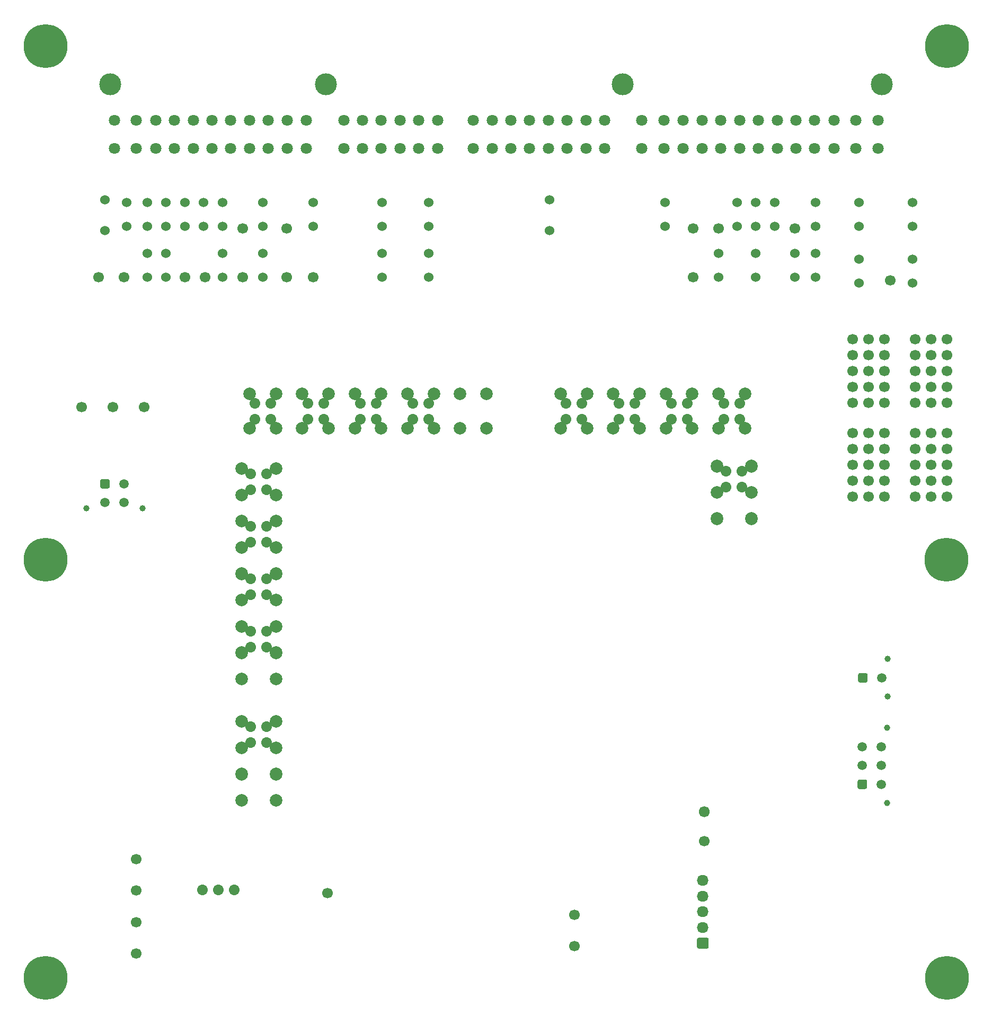
<source format=gbs>
G75*
G70*
%OFA0B0*%
%FSLAX25Y25*%
%IPPOS*%
%LPD*%
%AMOC8*
5,1,8,0,0,1.08239X$1,22.5*
%
%ADD10C,0.06000*%
%ADD11C,0.06693*%
%ADD12C,0.05906*%
%ADD13C,0.27559*%
%ADD14C,0.07087*%
%ADD15C,0.07874*%
%ADD16O,0.07283X0.06693*%
%ADD21C,0.03937*%
%ADD24C,0.13780*%
%ADD36O,0.06693X0.06693*%
X0000000Y0000000D02*
%LPD*%
G01*
D10*
X0119094Y0492500D03*
X0119094Y0507500D03*
X0095472Y0492500D03*
X0095472Y0507500D03*
D11*
X0187992Y0460630D03*
D10*
X0466535Y0492500D03*
X0466535Y0507500D03*
D11*
X0076772Y0074803D03*
X0427165Y0460630D03*
D10*
X0454724Y0492500D03*
X0454724Y0507500D03*
X0187992Y0492500D03*
X0187992Y0507500D03*
X0491142Y0460630D03*
X0491142Y0475630D03*
X0156496Y0460630D03*
X0156496Y0475630D03*
D11*
X0053150Y0460630D03*
D10*
X0531496Y0457067D03*
X0531496Y0472067D03*
D11*
X0551181Y0458661D03*
X0076772Y0035433D03*
D10*
X0083661Y0460630D03*
X0083661Y0475630D03*
X0130906Y0492500D03*
X0130906Y0507500D03*
D11*
X0120079Y0460630D03*
D10*
X0156496Y0492500D03*
X0156496Y0507500D03*
D21*
X0045276Y0315197D03*
X0080709Y0315197D03*
G36*
G01*
X0054134Y0328740D02*
X0054134Y0332677D01*
G75*
G02*
X0055118Y0333661I0000984J0000000D01*
G01*
X0059055Y0333661D01*
G75*
G02*
X0060039Y0332677I0000000J-000984D01*
G01*
X0060039Y0328740D01*
G75*
G02*
X0059055Y0327756I-000984J0000000D01*
G01*
X0055118Y0327756D01*
G75*
G02*
X0054134Y0328740I0000000J0000984D01*
G01*
G37*
D12*
X0068898Y0330709D03*
X0057087Y0318898D03*
X0068898Y0318898D03*
D10*
X0478346Y0492500D03*
X0478346Y0507500D03*
X0466535Y0460630D03*
X0466535Y0475630D03*
D11*
X0081693Y0378937D03*
X0171260Y0460630D03*
D10*
X0564961Y0457067D03*
X0564961Y0472067D03*
D11*
X0566772Y0381575D03*
X0566772Y0391575D03*
X0566772Y0401575D03*
X0566772Y0411575D03*
X0566772Y0421575D03*
X0576772Y0381575D03*
X0576772Y0391575D03*
X0576772Y0401575D03*
X0576772Y0411575D03*
X0576772Y0421575D03*
X0586772Y0381575D03*
X0586772Y0391575D03*
X0586772Y0401575D03*
X0586772Y0411575D03*
X0586772Y0421575D03*
D10*
X0442913Y0460630D03*
X0442913Y0475630D03*
D21*
X0548976Y0129921D03*
X0548976Y0177165D03*
G36*
G01*
X0535433Y0138780D02*
X0531496Y0138780D01*
G75*
G02*
X0530512Y0139764I0000000J0000984D01*
G01*
X0530512Y0143701D01*
G75*
G02*
X0531496Y0144685I0000984J0000000D01*
G01*
X0535433Y0144685D01*
G75*
G02*
X0536417Y0143701I0000000J-000984D01*
G01*
X0536417Y0139764D01*
G75*
G02*
X0535433Y0138780I-000984J0000000D01*
G01*
G37*
D12*
X0533465Y0153543D03*
X0533465Y0165354D03*
X0545276Y0141732D03*
X0545276Y0153543D03*
X0545276Y0165354D03*
D13*
X0586614Y0605906D03*
X0019685Y0283071D03*
D10*
X0107283Y0492500D03*
X0107283Y0507500D03*
X0503937Y0460630D03*
X0503937Y0475630D03*
X0083661Y0492500D03*
X0083661Y0507500D03*
X0231299Y0460630D03*
X0231299Y0475630D03*
D11*
X0068898Y0460630D03*
X0062008Y0378937D03*
D10*
X0057087Y0509272D03*
X0057087Y0489980D03*
D11*
X0427165Y0491142D03*
D10*
X0095472Y0460630D03*
X0095472Y0475630D03*
D11*
X0527402Y0381575D03*
X0527402Y0391575D03*
X0527402Y0401575D03*
X0527402Y0411575D03*
X0527402Y0421575D03*
X0537402Y0381575D03*
X0537402Y0391575D03*
X0537402Y0401575D03*
X0537402Y0411575D03*
X0537402Y0421575D03*
X0547402Y0381575D03*
X0547402Y0391575D03*
X0547402Y0401575D03*
X0547402Y0411575D03*
X0547402Y0421575D03*
D10*
X0231299Y0492500D03*
X0231299Y0507500D03*
D11*
X0527402Y0322520D03*
X0527402Y0332520D03*
X0527402Y0342520D03*
X0527402Y0352520D03*
X0527402Y0362520D03*
X0537402Y0322520D03*
X0537402Y0332520D03*
X0537402Y0342520D03*
X0537402Y0352520D03*
X0537402Y0362520D03*
X0547402Y0322520D03*
X0547402Y0332520D03*
X0547402Y0342520D03*
X0547402Y0352520D03*
X0547402Y0362520D03*
D24*
X0060398Y0581810D03*
X0196027Y0581810D03*
X0382642Y0581810D03*
X0545831Y0581810D03*
D14*
X0062957Y0541650D03*
X0076727Y0541650D03*
X0088937Y0541650D03*
X0100747Y0541650D03*
X0112557Y0541650D03*
X0124367Y0541650D03*
X0136177Y0541650D03*
X0147987Y0541650D03*
X0159797Y0541650D03*
X0171607Y0541650D03*
X0183817Y0541650D03*
X0062957Y0559370D03*
X0076727Y0559370D03*
X0088937Y0559370D03*
X0100747Y0559370D03*
X0112557Y0559370D03*
X0124367Y0559370D03*
X0136177Y0559370D03*
X0147987Y0559370D03*
X0159797Y0559370D03*
X0171607Y0559370D03*
X0183817Y0559370D03*
X0288744Y0541650D03*
X0300554Y0541650D03*
X0312364Y0541650D03*
X0324174Y0541650D03*
X0335994Y0541650D03*
X0347804Y0541650D03*
X0359614Y0541650D03*
X0371424Y0541650D03*
X0288744Y0559370D03*
X0300554Y0559370D03*
X0312364Y0559370D03*
X0324174Y0559370D03*
X0335994Y0559370D03*
X0347804Y0559370D03*
X0359614Y0559370D03*
X0371424Y0559370D03*
X0394834Y0541650D03*
X0408614Y0541650D03*
X0420834Y0541650D03*
X0432644Y0541650D03*
X0444454Y0541650D03*
X0456264Y0541650D03*
X0468074Y0541650D03*
X0479884Y0541650D03*
X0491694Y0541650D03*
X0503504Y0541650D03*
X0515714Y0541650D03*
X0529494Y0541650D03*
X0543274Y0541650D03*
X0394834Y0559370D03*
X0408614Y0559370D03*
X0420834Y0559370D03*
X0432644Y0559370D03*
X0444454Y0559370D03*
X0456264Y0559370D03*
X0468074Y0559370D03*
X0479884Y0559370D03*
X0491694Y0559370D03*
X0503504Y0559370D03*
X0515714Y0559370D03*
X0529494Y0559370D03*
X0543274Y0559370D03*
X0207248Y0541650D03*
X0219058Y0541650D03*
X0230868Y0541650D03*
X0242678Y0541650D03*
X0254498Y0541650D03*
X0266308Y0541650D03*
X0207248Y0559370D03*
X0219058Y0559370D03*
X0230868Y0559370D03*
X0242678Y0559370D03*
X0254498Y0559370D03*
X0266308Y0559370D03*
D13*
X0586420Y0283071D03*
X0586614Y0020079D03*
D11*
X0566772Y0322520D03*
X0566772Y0332520D03*
X0566772Y0342520D03*
X0566772Y0352520D03*
X0566772Y0362520D03*
X0576772Y0322520D03*
X0576772Y0332520D03*
X0576772Y0342520D03*
X0576772Y0352520D03*
X0576772Y0362520D03*
X0586772Y0322520D03*
X0586772Y0332520D03*
X0586772Y0342520D03*
X0586772Y0352520D03*
X0586772Y0362520D03*
X0442913Y0491142D03*
D10*
X0130906Y0460630D03*
X0130906Y0475630D03*
X0531496Y0492500D03*
X0531496Y0507500D03*
D15*
X0142914Y0131546D03*
X0142914Y0148081D03*
X0142914Y0164616D03*
D11*
X0148819Y0167963D03*
D15*
X0142914Y0181152D03*
D11*
X0148819Y0177963D03*
D15*
X0164567Y0131546D03*
X0164567Y0148081D03*
D11*
X0158819Y0167963D03*
D15*
X0164567Y0164616D03*
D11*
X0158819Y0177963D03*
D15*
X0164567Y0181152D03*
X0142914Y0207923D03*
X0142914Y0224459D03*
D11*
X0148819Y0227805D03*
D15*
X0142914Y0240994D03*
D11*
X0148819Y0237805D03*
D15*
X0142914Y0257530D03*
D11*
X0148819Y0260876D03*
D15*
X0142914Y0274065D03*
D11*
X0148819Y0270876D03*
D15*
X0142914Y0290601D03*
D11*
X0148819Y0293947D03*
D15*
X0142914Y0307136D03*
D11*
X0148819Y0303947D03*
D15*
X0142914Y0323672D03*
D11*
X0148819Y0327018D03*
D15*
X0142914Y0340207D03*
D11*
X0148819Y0337018D03*
D15*
X0164567Y0207923D03*
D11*
X0158819Y0227805D03*
D15*
X0164567Y0224459D03*
D11*
X0158819Y0237805D03*
D15*
X0164567Y0240994D03*
D11*
X0158819Y0260876D03*
D15*
X0164567Y0257530D03*
D11*
X0158819Y0270876D03*
D15*
X0164567Y0274065D03*
D11*
X0158819Y0293947D03*
D15*
X0164567Y0290601D03*
D11*
X0158819Y0303947D03*
D15*
X0164567Y0307136D03*
D11*
X0158819Y0327018D03*
D15*
X0164567Y0323672D03*
D11*
X0158819Y0337018D03*
D15*
X0164567Y0340207D03*
X0148130Y0387156D03*
D11*
X0151477Y0381250D03*
X0161477Y0381250D03*
D15*
X0164666Y0387156D03*
X0181201Y0387156D03*
D11*
X0184548Y0381250D03*
X0194548Y0381250D03*
D15*
X0197737Y0387156D03*
X0214272Y0387156D03*
D11*
X0217619Y0381250D03*
X0227619Y0381250D03*
D15*
X0230808Y0387156D03*
X0247343Y0387156D03*
D11*
X0250689Y0381250D03*
X0260689Y0381250D03*
D15*
X0263878Y0387156D03*
X0280414Y0387156D03*
X0296949Y0387156D03*
X0148130Y0365502D03*
D11*
X0151477Y0371250D03*
X0161477Y0371250D03*
D15*
X0164666Y0365502D03*
X0181201Y0365502D03*
D11*
X0184548Y0371250D03*
X0194548Y0371250D03*
D15*
X0197737Y0365502D03*
X0214272Y0365502D03*
D11*
X0217619Y0371250D03*
X0227619Y0371250D03*
D15*
X0230808Y0365502D03*
X0247343Y0365502D03*
D11*
X0250689Y0371250D03*
X0260689Y0371250D03*
D15*
X0263878Y0365502D03*
X0280414Y0365502D03*
X0296949Y0365502D03*
X0343800Y0387156D03*
D11*
X0347146Y0381250D03*
X0357146Y0381250D03*
D15*
X0360335Y0387156D03*
X0376871Y0387156D03*
D11*
X0380217Y0381250D03*
X0390217Y0381250D03*
D15*
X0393406Y0387156D03*
X0409941Y0387156D03*
D11*
X0413288Y0381250D03*
X0423288Y0381250D03*
D15*
X0426477Y0387156D03*
X0443012Y0387156D03*
D11*
X0446359Y0381250D03*
X0456359Y0381250D03*
D15*
X0459548Y0387156D03*
X0343800Y0365502D03*
D11*
X0347146Y0371250D03*
X0357146Y0371250D03*
D15*
X0360335Y0365502D03*
X0376871Y0365502D03*
D11*
X0380217Y0371250D03*
X0390217Y0371250D03*
D15*
X0393406Y0365502D03*
X0409941Y0365502D03*
D11*
X0413288Y0371250D03*
X0423288Y0371250D03*
D15*
X0426477Y0365502D03*
X0443012Y0365502D03*
D11*
X0446359Y0371250D03*
X0456359Y0371250D03*
D15*
X0459548Y0365502D03*
D11*
X0457835Y0338593D03*
D15*
X0463583Y0341782D03*
D11*
X0457835Y0328593D03*
D15*
X0463583Y0325246D03*
X0463583Y0308711D03*
X0441930Y0341782D03*
D11*
X0447835Y0338593D03*
D15*
X0441930Y0325246D03*
D11*
X0447835Y0328593D03*
D15*
X0441930Y0308711D03*
G36*
G01*
X0435827Y0038435D02*
X0430512Y0038435D01*
G75*
G02*
X0429528Y0039420I0000000J0000984D01*
G01*
X0429528Y0044144D01*
G75*
G02*
X0430512Y0045128I0000984J0000000D01*
G01*
X0435827Y0045128D01*
G75*
G02*
X0436812Y0044144I0000000J-000984D01*
G01*
X0436812Y0039420D01*
G75*
G02*
X0435827Y0038435I-000984J0000000D01*
G01*
G37*
D16*
X0433170Y0051624D03*
X0433170Y0061467D03*
X0433170Y0071309D03*
X0433170Y0081152D03*
D11*
X0352461Y0039813D03*
X0352461Y0059498D03*
X0433957Y0124459D03*
X0433957Y0105955D03*
X0128209Y0075246D03*
X0138209Y0075246D03*
X0118209Y0075246D03*
X0196949Y0073278D03*
X0143701Y0491142D03*
D10*
X0070866Y0492500D03*
X0070866Y0507500D03*
D11*
X0171260Y0491142D03*
D13*
X0019685Y0020079D03*
D11*
X0076772Y0055118D03*
D21*
X0549311Y0196850D03*
X0549311Y0220472D03*
G36*
G01*
X0535768Y0205709D02*
X0531831Y0205709D01*
G75*
G02*
X0530846Y0206693I0000000J0000984D01*
G01*
X0530846Y0210630D01*
G75*
G02*
X0531831Y0211614I0000984J0000000D01*
G01*
X0535768Y0211614D01*
G75*
G02*
X0536752Y0210630I0000000J-000984D01*
G01*
X0536752Y0206693D01*
G75*
G02*
X0535768Y0205709I-000984J0000000D01*
G01*
G37*
D12*
X0545610Y0208661D03*
D11*
X0076772Y0094488D03*
D10*
X0260827Y0460630D03*
X0260827Y0475630D03*
X0503937Y0492500D03*
X0503937Y0507500D03*
X0409449Y0492500D03*
X0409449Y0507500D03*
D11*
X0143701Y0460630D03*
X0491142Y0491142D03*
D10*
X0564961Y0492500D03*
X0564961Y0507500D03*
X0260827Y0492500D03*
X0260827Y0507500D03*
X0336614Y0509272D03*
X0336614Y0489980D03*
D11*
X0042323Y0378937D03*
X0107283Y0460630D03*
D13*
X0019685Y0605906D03*
X0106299Y0029971D02*
%LPD*%
G01*
D15*
X0142914Y0131645D03*
X0142914Y0148180D03*
X0142914Y0164716D03*
D11*
X0148819Y0168062D03*
D15*
X0142914Y0181251D03*
D11*
X0148819Y0178062D03*
D15*
X0164567Y0131645D03*
X0164567Y0148180D03*
D11*
X0158819Y0168062D03*
D15*
X0164567Y0164716D03*
D11*
X0158819Y0178062D03*
D15*
X0164567Y0181251D03*
X0142914Y0208023D03*
X0142914Y0224558D03*
D11*
X0148819Y0227905D03*
D15*
X0142914Y0241094D03*
D11*
X0148819Y0237905D03*
D15*
X0142914Y0257629D03*
D11*
X0148819Y0260976D03*
D15*
X0142914Y0274164D03*
D11*
X0148819Y0270976D03*
D15*
X0142914Y0290700D03*
D11*
X0148819Y0294046D03*
D15*
X0142914Y0307235D03*
D11*
X0148819Y0304046D03*
D15*
X0142914Y0323771D03*
D11*
X0148819Y0327117D03*
D15*
X0142914Y0340306D03*
D11*
X0148819Y0337117D03*
D15*
X0164567Y0208023D03*
D11*
X0158819Y0227905D03*
D15*
X0164567Y0224558D03*
D11*
X0158819Y0237905D03*
D15*
X0164567Y0241094D03*
D11*
X0158819Y0260976D03*
D15*
X0164567Y0257629D03*
D11*
X0158819Y0270976D03*
D15*
X0164567Y0274164D03*
D11*
X0158819Y0294046D03*
D15*
X0164567Y0290700D03*
D11*
X0158819Y0304046D03*
D15*
X0164567Y0307235D03*
D11*
X0158819Y0327117D03*
D15*
X0164567Y0323771D03*
D11*
X0158819Y0337117D03*
D15*
X0164567Y0340306D03*
X0148130Y0387255D03*
D11*
X0151477Y0381350D03*
X0161477Y0381350D03*
D15*
X0164666Y0387255D03*
X0181201Y0387255D03*
D11*
X0184548Y0381350D03*
X0194548Y0381350D03*
D15*
X0197737Y0387255D03*
X0214272Y0387255D03*
D11*
X0217618Y0381350D03*
X0227618Y0381350D03*
D15*
X0230807Y0387255D03*
X0247343Y0387255D03*
D11*
X0250689Y0381350D03*
X0260689Y0381350D03*
D15*
X0263878Y0387255D03*
X0280414Y0387255D03*
X0296949Y0387255D03*
X0148130Y0365601D03*
D11*
X0151477Y0371350D03*
X0161477Y0371350D03*
D15*
X0164666Y0365601D03*
X0181201Y0365601D03*
D11*
X0184548Y0371350D03*
X0194548Y0371350D03*
D15*
X0197737Y0365601D03*
X0214272Y0365601D03*
D11*
X0217618Y0371350D03*
X0227618Y0371350D03*
D15*
X0230807Y0365601D03*
X0247343Y0365601D03*
D11*
X0250689Y0371350D03*
X0260689Y0371350D03*
D15*
X0263878Y0365601D03*
X0280414Y0365601D03*
X0296949Y0365601D03*
X0343799Y0387255D03*
D11*
X0347146Y0381350D03*
X0357146Y0381350D03*
D15*
X0360335Y0387255D03*
X0376870Y0387255D03*
D11*
X0380217Y0381350D03*
X0390217Y0381350D03*
D15*
X0393406Y0387255D03*
X0409941Y0387255D03*
D11*
X0413288Y0381350D03*
X0423288Y0381350D03*
D15*
X0426477Y0387255D03*
X0443012Y0387255D03*
D11*
X0446359Y0381350D03*
X0456359Y0381350D03*
D15*
X0459548Y0387255D03*
X0343799Y0365601D03*
D11*
X0347146Y0371350D03*
X0357146Y0371350D03*
D15*
X0360335Y0365601D03*
X0376870Y0365601D03*
D11*
X0380217Y0371350D03*
X0390217Y0371350D03*
D15*
X0393406Y0365601D03*
X0409941Y0365601D03*
D11*
X0413288Y0371350D03*
X0423288Y0371350D03*
D15*
X0426477Y0365601D03*
X0443012Y0365601D03*
D11*
X0446359Y0371350D03*
X0456359Y0371350D03*
D15*
X0459548Y0365601D03*
D11*
X0457835Y0338692D03*
D15*
X0463583Y0341881D03*
D11*
X0457835Y0328692D03*
D15*
X0463583Y0325346D03*
X0463583Y0308810D03*
X0441929Y0341881D03*
D11*
X0447835Y0338692D03*
D15*
X0441929Y0325346D03*
D11*
X0447835Y0328692D03*
D15*
X0441929Y0308810D03*
G36*
G01*
X0435827Y0038535D02*
X0430512Y0038535D01*
G75*
G02*
X0429528Y0039519I0000000J0000984D01*
G01*
X0429528Y0044243D01*
G75*
G02*
X0430512Y0045227I0000984J0000000D01*
G01*
X0435827Y0045227D01*
G75*
G02*
X0436811Y0044243I0000000J-000984D01*
G01*
X0436811Y0039519D01*
G75*
G02*
X0435827Y0038535I-000984J0000000D01*
G01*
G37*
D16*
X0433170Y0051724D03*
X0433170Y0061566D03*
X0433170Y0071409D03*
X0433170Y0081251D03*
D11*
X0352461Y0039913D03*
X0352461Y0059598D03*
X0433957Y0124558D03*
X0433957Y0106054D03*
X0128209Y0075346D03*
X0138209Y0075346D03*
X0118209Y0075346D03*
X0196949Y0073377D03*
D15*
X0142914Y0181251D03*
D36*
X0380217Y0381350D03*
X0390217Y0381350D03*
X0380217Y0371350D03*
X0390217Y0371350D03*
D15*
X0164567Y0241094D03*
X0459548Y0387255D03*
X0164567Y0224558D03*
X0181201Y0387255D03*
X0142914Y0290700D03*
X0343799Y0387255D03*
X0459548Y0365601D03*
X0142914Y0274164D03*
X0142914Y0257629D03*
X0296949Y0387255D03*
X0441929Y0325346D03*
X0426477Y0387255D03*
X0280414Y0387255D03*
X0230807Y0387255D03*
X0142914Y0340306D03*
X0463583Y0308810D03*
D11*
X0433957Y0106054D03*
D36*
X0250689Y0381350D03*
X0260689Y0381350D03*
X0250689Y0371350D03*
X0260689Y0371350D03*
D15*
X0426477Y0365601D03*
X0197737Y0387255D03*
D11*
X0433957Y0124558D03*
D15*
X0142914Y0241094D03*
X0247343Y0387255D03*
X0247343Y0365601D03*
X0443012Y0365601D03*
X0164567Y0181251D03*
D36*
X0148819Y0337117D03*
X0158819Y0337117D03*
X0148819Y0327117D03*
X0158819Y0327117D03*
D15*
X0164567Y0323771D03*
X0360335Y0387255D03*
X0376870Y0387255D03*
D36*
X0148819Y0237905D03*
X0158819Y0237905D03*
X0148819Y0227905D03*
X0158819Y0227905D03*
G36*
G01*
X0435827Y0038535D02*
X0430512Y0038535D01*
G75*
G02*
X0429528Y0039519I0000000J0000984D01*
G01*
X0429528Y0044243D01*
G75*
G02*
X0430512Y0045227I0000984J0000000D01*
G01*
X0435827Y0045227D01*
G75*
G02*
X0436811Y0044243I0000000J-000984D01*
G01*
X0436811Y0039519D01*
G75*
G02*
X0435827Y0038535I-000984J0000000D01*
G01*
G37*
D16*
X0433170Y0051724D03*
X0433170Y0061566D03*
X0433170Y0071409D03*
X0433170Y0081251D03*
D36*
X0148819Y0304046D03*
X0158819Y0304046D03*
X0148819Y0294046D03*
X0158819Y0294046D03*
D15*
X0360335Y0365601D03*
X0409941Y0365601D03*
X0393406Y0387255D03*
X0164567Y0148180D03*
X0263878Y0365601D03*
X0164567Y0290700D03*
X0343799Y0365601D03*
D36*
X0446359Y0381350D03*
X0456359Y0381350D03*
X0446359Y0371350D03*
X0456359Y0371350D03*
D15*
X0142914Y0148180D03*
X0148130Y0387255D03*
D36*
X0447835Y0338692D03*
X0457835Y0338692D03*
X0447835Y0328692D03*
X0457835Y0328692D03*
D15*
X0441929Y0341881D03*
X0393406Y0365601D03*
X0142914Y0307235D03*
X0181201Y0365601D03*
D36*
X0347146Y0381350D03*
X0357146Y0381350D03*
X0347146Y0371350D03*
X0357146Y0371350D03*
D11*
X0352461Y0059598D03*
D36*
X0148819Y0178062D03*
X0158819Y0178062D03*
X0148819Y0168062D03*
X0158819Y0168062D03*
D15*
X0230807Y0365601D03*
X0142914Y0164716D03*
D36*
X0118209Y0075346D03*
X0128209Y0075346D03*
X0138209Y0075346D03*
X0151477Y0381350D03*
X0161477Y0381350D03*
X0151477Y0371350D03*
X0161477Y0371350D03*
D15*
X0164567Y0340306D03*
X0142914Y0208023D03*
X0443012Y0387255D03*
X0463583Y0325346D03*
D11*
X0196949Y0073377D03*
D15*
X0214272Y0365601D03*
X0463583Y0341881D03*
X0164567Y0164716D03*
X0263878Y0387255D03*
X0280414Y0365601D03*
D36*
X0217618Y0381350D03*
X0227618Y0381350D03*
X0217618Y0371350D03*
X0227618Y0371350D03*
X0413288Y0381350D03*
X0423288Y0381350D03*
X0413288Y0371350D03*
X0423288Y0371350D03*
X0184548Y0381350D03*
X0194548Y0381350D03*
X0184548Y0371350D03*
X0194548Y0371350D03*
D15*
X0164567Y0274164D03*
X0164666Y0387255D03*
X0142914Y0323771D03*
X0142914Y0131645D03*
D36*
X0148819Y0270976D03*
X0158819Y0270976D03*
X0148819Y0260976D03*
X0158819Y0260976D03*
D15*
X0148130Y0365601D03*
X0296949Y0365601D03*
X0409941Y0387255D03*
D11*
X0352461Y0039913D03*
D15*
X0197737Y0365601D03*
X0214272Y0387255D03*
X0164666Y0365601D03*
X0164567Y0257629D03*
X0164567Y0131645D03*
X0441929Y0308810D03*
X0164567Y0307235D03*
X0142914Y0224558D03*
X0376870Y0365601D03*
X0164567Y0208023D03*
M02*

</source>
